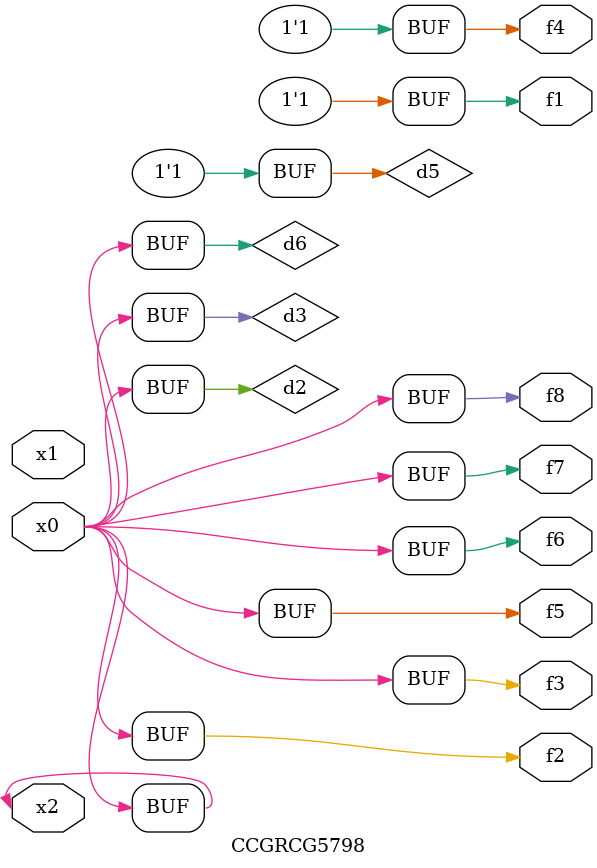
<source format=v>
module CCGRCG5798(
	input x0, x1, x2,
	output f1, f2, f3, f4, f5, f6, f7, f8
);

	wire d1, d2, d3, d4, d5, d6;

	xnor (d1, x2);
	buf (d2, x0, x2);
	and (d3, x0);
	xnor (d4, x1, x2);
	nand (d5, d1, d3);
	buf (d6, d2, d3);
	assign f1 = d5;
	assign f2 = d6;
	assign f3 = d6;
	assign f4 = d5;
	assign f5 = d6;
	assign f6 = d6;
	assign f7 = d6;
	assign f8 = d6;
endmodule

</source>
